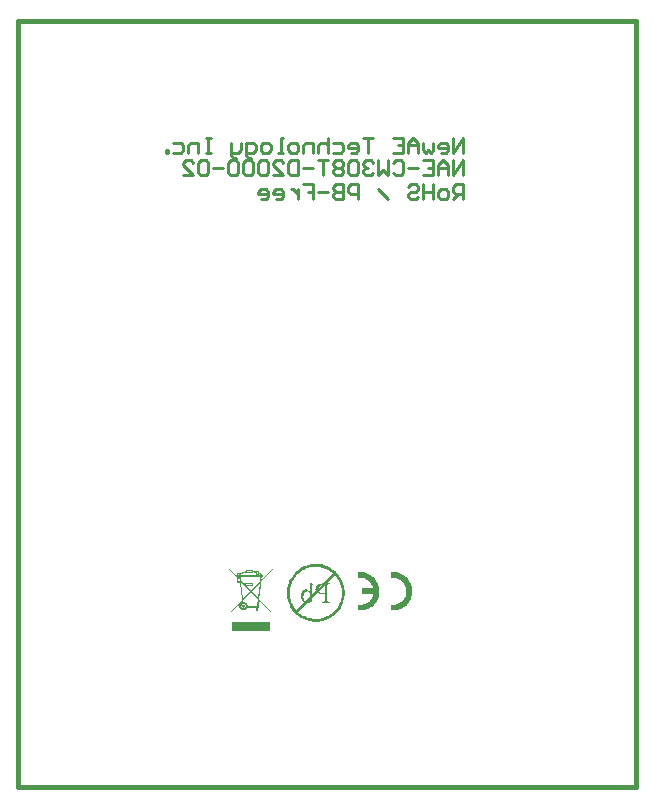
<source format=gbo>
G04 Layer_Color=32896*
%FSLAX25Y25*%
%MOIN*%
G70*
G01*
G75*
%ADD20C,0.01000*%
%ADD21C,0.01500*%
G36*
X185000Y172710D02*
X181089Y168638D01*
X180974Y167527D01*
X180719Y164866D01*
X180534Y162945D01*
X184722Y158618D01*
X184445Y158340D01*
X180488Y162390D01*
X180256Y159914D01*
X180141D01*
Y158965D01*
X179261D01*
Y159914D01*
X176531D01*
X176438Y159729D01*
X176299Y159544D01*
X176114Y159335D01*
X175860Y159150D01*
X175559Y159058D01*
X175281Y159035D01*
X175004D01*
X174795Y159104D01*
X174541Y159196D01*
X174332Y159335D01*
X174170Y159497D01*
X174009Y159729D01*
X173893Y159983D01*
X173823Y160215D01*
X173800Y160423D01*
X173823Y160654D01*
X173870Y160839D01*
X173939Y161025D01*
X174032Y161210D01*
X174147Y161372D01*
X174309Y161534D01*
X174494Y161649D01*
X174656Y161719D01*
X174633Y161927D01*
X171162Y158340D01*
X170885Y158641D01*
X174587Y162482D01*
X174286Y165838D01*
X174078Y168267D01*
X172967D01*
Y169818D01*
X173268D01*
X170445Y172710D01*
X170746Y172988D01*
X173384Y170257D01*
Y170466D01*
X173337Y170512D01*
X173268Y170558D01*
X173199Y170628D01*
X173129Y170697D01*
X173083Y170813D01*
X173060Y170905D01*
X173037Y171021D01*
X173060Y171160D01*
X173106Y171253D01*
X173199Y171414D01*
X173314Y171507D01*
X173476Y171576D01*
X173638Y171600D01*
X173800Y171576D01*
X173939Y171530D01*
X174055Y171461D01*
X174101Y171391D01*
X174217Y171484D01*
X174379Y171600D01*
X174587Y171692D01*
X174888Y171808D01*
X175212Y171900D01*
X175536Y171970D01*
X175883Y172039D01*
X176161Y172062D01*
Y172409D01*
X178382D01*
Y172109D01*
X178567D01*
X178845Y172085D01*
X179146Y172039D01*
X179446Y171993D01*
Y172178D01*
X180395D01*
Y171738D01*
X180511Y171669D01*
X180673Y171600D01*
X180835Y171507D01*
X180974Y171414D01*
X181113Y171299D01*
X181205Y171206D01*
X181251Y171137D01*
X181298Y171044D01*
X181274Y170882D01*
X181830D01*
Y170165D01*
X181228D01*
X181136Y169262D01*
X184722Y172988D01*
X185000Y172710D01*
D02*
G37*
G36*
X200068Y174562D02*
X200785Y174469D01*
X201456Y174330D01*
X202104Y174145D01*
X202706Y173937D01*
X203261Y173682D01*
X203794Y173428D01*
X204256Y173173D01*
X204696Y172895D01*
X205066Y172641D01*
X205390Y172409D01*
X205668Y172178D01*
X205899Y171993D01*
X206038Y171854D01*
X206154Y171762D01*
X206177Y171738D01*
X206663Y171183D01*
X207102Y170628D01*
X207496Y170049D01*
X207797Y169471D01*
X208074Y168892D01*
X208306Y168314D01*
X208491Y167781D01*
X208653Y167249D01*
X208769Y166763D01*
X208861Y166300D01*
X208907Y165907D01*
X208954Y165560D01*
X208977Y165282D01*
X209000Y165074D01*
Y164935D01*
Y164912D01*
Y164889D01*
X208977Y164148D01*
X208884Y163454D01*
X208746Y162760D01*
X208560Y162135D01*
X208352Y161534D01*
X208098Y160955D01*
X207843Y160446D01*
X207589Y159960D01*
X207334Y159544D01*
X207079Y159150D01*
X206825Y158826D01*
X206617Y158549D01*
X206432Y158340D01*
X206293Y158178D01*
X206200Y158063D01*
X206177Y158039D01*
X205645Y157554D01*
X205066Y157114D01*
X204488Y156721D01*
X203909Y156420D01*
X203331Y156142D01*
X202775Y155911D01*
X202220Y155726D01*
X201688Y155564D01*
X201202Y155448D01*
X200739Y155355D01*
X200346Y155309D01*
X199998Y155263D01*
X199721Y155240D01*
X199513Y155217D01*
X199328D01*
X198587Y155240D01*
X197893Y155332D01*
X197222Y155471D01*
X196574Y155656D01*
X195972Y155864D01*
X195417Y156119D01*
X194885Y156374D01*
X194422Y156628D01*
X193982Y156883D01*
X193612Y157137D01*
X193288Y157392D01*
X193010Y157600D01*
X192779Y157785D01*
X192640Y157924D01*
X192524Y158016D01*
X192501Y158039D01*
X191992Y158595D01*
X191552Y159150D01*
X191182Y159729D01*
X190858Y160307D01*
X190581Y160886D01*
X190349Y161464D01*
X190164Y162020D01*
X190002Y162529D01*
X189886Y163015D01*
X189794Y163477D01*
X189748Y163871D01*
X189701Y164218D01*
X189678Y164496D01*
X189655Y164704D01*
Y164843D01*
Y164889D01*
X189678Y165629D01*
X189771Y166324D01*
X189910Y167018D01*
X190095Y167643D01*
X190303Y168244D01*
X190557Y168823D01*
X190812Y169332D01*
X191067Y169818D01*
X191344Y170257D01*
X191599Y170628D01*
X191830Y170952D01*
X192061Y171229D01*
X192247Y171461D01*
X192385Y171600D01*
X192478Y171715D01*
X192501Y171738D01*
X193033Y172248D01*
X193612Y172687D01*
X194167Y173057D01*
X194769Y173381D01*
X195324Y173659D01*
X195903Y173890D01*
X196458Y174076D01*
X196967Y174238D01*
X197453Y174353D01*
X197916Y174446D01*
X198309Y174492D01*
X198656Y174538D01*
X198934Y174562D01*
X199142Y174585D01*
X199328D01*
X200068Y174562D01*
D02*
G37*
G36*
X184167Y155147D02*
Y155101D01*
Y155008D01*
Y154916D01*
Y154823D01*
Y154730D01*
Y154684D01*
Y154661D01*
Y154291D01*
Y153944D01*
Y153782D01*
Y153666D01*
Y153597D01*
Y153574D01*
Y153157D01*
Y152972D01*
Y152810D01*
Y152671D01*
Y152578D01*
Y152509D01*
Y152486D01*
Y152324D01*
Y152208D01*
Y152116D01*
Y152069D01*
Y152000D01*
X171509D01*
Y152023D01*
Y152069D01*
Y152254D01*
Y152417D01*
Y152463D01*
Y152486D01*
Y152856D01*
Y153203D01*
Y153365D01*
Y153481D01*
Y153550D01*
Y153574D01*
Y153990D01*
Y154175D01*
Y154337D01*
Y154476D01*
Y154569D01*
Y154638D01*
Y154661D01*
Y154823D01*
Y154962D01*
Y155054D01*
Y155101D01*
Y155147D01*
Y155170D01*
X184167D01*
Y155147D01*
D02*
G37*
G36*
X225530Y171866D02*
X226016Y171820D01*
X226455Y171704D01*
X226895Y171588D01*
X227289Y171449D01*
X227682Y171287D01*
X228029Y171125D01*
X228330Y170940D01*
X228631Y170755D01*
X228885Y170593D01*
X229093Y170431D01*
X229279Y170292D01*
X229440Y170177D01*
X229533Y170084D01*
X229603Y170015D01*
X229626Y169992D01*
X229950Y169621D01*
X230250Y169251D01*
X230505Y168881D01*
X230713Y168487D01*
X230898Y168094D01*
X231037Y167724D01*
X231176Y167353D01*
X231269Y167006D01*
X231338Y166683D01*
X231407Y166382D01*
X231431Y166104D01*
X231477Y165873D01*
Y165688D01*
X231500Y165549D01*
Y165456D01*
Y165433D01*
X231477Y164947D01*
X231407Y164484D01*
X231315Y164021D01*
X231199Y163605D01*
X231060Y163188D01*
X230898Y162818D01*
X230736Y162471D01*
X230551Y162147D01*
X230389Y161869D01*
X230227Y161615D01*
X230065Y161407D01*
X229926Y161221D01*
X229788Y161059D01*
X229695Y160967D01*
X229649Y160898D01*
X229626Y160874D01*
X229255Y160550D01*
X228885Y160250D01*
X228492Y159995D01*
X228098Y159787D01*
X227728Y159602D01*
X227335Y159463D01*
X226965Y159324D01*
X226618Y159231D01*
X226293Y159162D01*
X225993Y159093D01*
X225715Y159069D01*
X225484Y159023D01*
X225299D01*
X225160Y159000D01*
X224813D01*
X224604Y159023D01*
X224396D01*
Y160967D01*
X224627Y160944D01*
X224836Y160921D01*
X225044D01*
X225391Y160944D01*
X225715Y160967D01*
X226039Y161036D01*
X226340Y161129D01*
X226872Y161337D01*
X227335Y161592D01*
X227543Y161707D01*
X227728Y161823D01*
X227867Y161939D01*
X228006Y162031D01*
X228098Y162124D01*
X228168Y162193D01*
X228214Y162216D01*
X228237Y162240D01*
X228469Y162494D01*
X228677Y162772D01*
X228839Y163026D01*
X229001Y163304D01*
X229117Y163582D01*
X229232Y163836D01*
X229394Y164345D01*
X229487Y164785D01*
X229510Y164970D01*
X229533Y165132D01*
X229556Y165248D01*
Y165340D01*
Y165410D01*
Y165433D01*
X229533Y165780D01*
X229510Y166104D01*
X229440Y166428D01*
X229348Y166729D01*
X229140Y167261D01*
X228885Y167724D01*
X228769Y167932D01*
X228654Y168117D01*
X228538Y168256D01*
X228446Y168395D01*
X228353Y168487D01*
X228284Y168557D01*
X228260Y168603D01*
X228237Y168626D01*
X227983Y168858D01*
X227728Y169066D01*
X227450Y169251D01*
X227173Y169413D01*
X226918Y169529D01*
X226641Y169644D01*
X226155Y169806D01*
X225715Y169899D01*
X225507Y169922D01*
X225368Y169945D01*
X225229Y169968D01*
X224813D01*
X224604Y169945D01*
X224442Y169922D01*
X224396D01*
Y171866D01*
X224604Y171889D01*
X225044D01*
X225530Y171866D01*
D02*
G37*
G36*
X214562D02*
X215048Y171820D01*
X215487Y171704D01*
X215927Y171588D01*
X216320Y171449D01*
X216714Y171287D01*
X217061Y171125D01*
X217361Y170940D01*
X217662Y170755D01*
X217917Y170593D01*
X218125Y170431D01*
X218310Y170292D01*
X218472Y170177D01*
X218565Y170084D01*
X218634Y170015D01*
X218657Y169992D01*
X218981Y169621D01*
X219282Y169251D01*
X219537Y168881D01*
X219745Y168487D01*
X219930Y168094D01*
X220069Y167724D01*
X220208Y167353D01*
X220300Y167006D01*
X220370Y166683D01*
X220439Y166382D01*
X220462Y166104D01*
X220509Y165873D01*
Y165688D01*
X220532Y165549D01*
Y165456D01*
Y165433D01*
X220509Y164947D01*
X220439Y164484D01*
X220346Y164021D01*
X220231Y163605D01*
X220092Y163188D01*
X219930Y162818D01*
X219768Y162471D01*
X219583Y162147D01*
X219421Y161869D01*
X219259Y161615D01*
X219097Y161407D01*
X218958Y161221D01*
X218819Y161059D01*
X218727Y160967D01*
X218680Y160898D01*
X218657Y160874D01*
X218287Y160550D01*
X217917Y160250D01*
X217523Y159995D01*
X217130Y159787D01*
X216760Y159602D01*
X216366Y159463D01*
X215996Y159324D01*
X215649Y159231D01*
X215325Y159162D01*
X215024Y159093D01*
X214747Y159069D01*
X214515Y159023D01*
X214330D01*
X214191Y159000D01*
X213844D01*
X213636Y159023D01*
X213428D01*
X213451Y160967D01*
X213659Y160944D01*
X213867Y160921D01*
X214076D01*
X214376Y160944D01*
X214654Y160967D01*
X215186Y161083D01*
X215672Y161245D01*
X216089Y161430D01*
X216436Y161592D01*
X216575Y161684D01*
X216690Y161754D01*
X216806Y161823D01*
X216876Y161869D01*
X216899Y161916D01*
X216922D01*
X217338Y162309D01*
X217685Y162749D01*
X217963Y163165D01*
X218171Y163582D01*
X218310Y163929D01*
X218380Y164091D01*
X218426Y164230D01*
X218449Y164322D01*
X218472Y164415D01*
X218495Y164461D01*
Y164484D01*
X214723D01*
Y166405D01*
X218495D01*
X218333Y166960D01*
X218102Y167469D01*
X217847Y167909D01*
X217593Y168279D01*
X217338Y168580D01*
X217130Y168788D01*
X216968Y168927D01*
X216945Y168973D01*
X216922D01*
X216690Y169158D01*
X216436Y169297D01*
X215950Y169552D01*
X215464Y169737D01*
X215024Y169853D01*
X214654Y169922D01*
X214492Y169945D01*
X214353D01*
X214238Y169968D01*
X213844D01*
X213636Y169945D01*
X213474Y169922D01*
X213428D01*
Y171866D01*
X213682Y171889D01*
X214076D01*
X214562Y171866D01*
D02*
G37*
%LPC*%
G36*
X180812Y170165D02*
X174332D01*
X174379Y169818D01*
X174541D01*
Y169077D01*
X175513Y168082D01*
X178428D01*
Y167157D01*
X176415D01*
X177757Y165768D01*
X180696Y168823D01*
X180812Y170165D01*
D02*
G37*
G36*
X174147Y169424D02*
X173384D01*
Y168661D01*
X174147D01*
Y169424D01*
D02*
G37*
G36*
X178035Y167689D02*
X175952D01*
Y167550D01*
X178035D01*
Y167689D01*
D02*
G37*
G36*
X175351Y161140D02*
X175235D01*
X175004Y161117D01*
X174841Y161025D01*
X174703Y160932D01*
X174633Y160793D01*
X174587Y160678D01*
X174541Y160562D01*
Y160469D01*
Y160446D01*
X174564Y160215D01*
X174656Y160053D01*
X174749Y159914D01*
X174888Y159845D01*
X175004Y159798D01*
X175119Y159775D01*
X175212Y159752D01*
X175235D01*
X175466Y159775D01*
X175628Y159868D01*
X175767Y159983D01*
X175837Y160099D01*
X175883Y160238D01*
X175906Y160330D01*
X175929Y160423D01*
Y160446D01*
X175906Y160678D01*
X175813Y160839D01*
X175698Y160978D01*
X175582Y161048D01*
X175443Y161094D01*
X175351Y161140D01*
D02*
G37*
G36*
X179747Y159914D02*
X179655D01*
Y159359D01*
X179747D01*
Y159914D01*
D02*
G37*
G36*
X177757Y165190D02*
X175004Y162344D01*
X175050Y161835D01*
X175235Y161858D01*
X175443Y161835D01*
X175698Y161765D01*
X175952Y161649D01*
X176137Y161511D01*
X176299Y161349D01*
X176461Y161117D01*
X176577Y160839D01*
X176646Y160539D01*
X176623Y160330D01*
X179886D01*
X180117Y162760D01*
X177757Y165190D01*
D02*
G37*
G36*
X180626Y168175D02*
X178035Y165491D01*
X180164Y163292D01*
X180626Y168175D01*
D02*
G37*
G36*
X174541Y168499D02*
Y168267D01*
X174494D01*
X174957Y162876D01*
X177480Y165491D01*
X175860Y167157D01*
X175513D01*
Y167504D01*
X174541Y168499D01*
D02*
G37*
G36*
X173685Y171206D02*
X173661D01*
X173546Y171183D01*
X173476Y171114D01*
X173453Y171021D01*
Y170998D01*
X173476Y170882D01*
X173546Y170836D01*
X173638Y170813D01*
X173661D01*
X173777Y170836D01*
X173823Y170905D01*
X173846Y170975D01*
Y170998D01*
X173823Y171114D01*
X173754Y171183D01*
X173685Y171206D01*
D02*
G37*
G36*
X180002Y171785D02*
X179840D01*
Y171253D01*
X180002D01*
Y171785D01*
D02*
G37*
G36*
X178382Y171692D02*
Y171391D01*
X176161D01*
Y171646D01*
X175698Y171576D01*
X175281Y171484D01*
X174934Y171391D01*
X174656Y171253D01*
X174448Y171137D01*
X174286Y170975D01*
Y170882D01*
X179446D01*
Y171553D01*
X179122Y171623D01*
X178775Y171669D01*
X178382Y171692D01*
D02*
G37*
G36*
X177965Y172016D02*
X176554D01*
Y171785D01*
X177965D01*
Y172016D01*
D02*
G37*
G36*
X180395Y171276D02*
Y170882D01*
X180881D01*
Y170952D01*
X180765Y171067D01*
X180626Y171160D01*
X180395Y171276D01*
D02*
G37*
%LPD*%
G36*
X175397Y160886D02*
X175513Y160839D01*
X175582Y160770D01*
X175628Y160678D01*
X175698Y160515D01*
Y160469D01*
Y160446D01*
X175675Y160284D01*
X175628Y160168D01*
X175559Y160099D01*
X175466Y160053D01*
X175304Y159983D01*
X175235D01*
X175073Y160006D01*
X174957Y160053D01*
X174888Y160122D01*
X174818Y160215D01*
X174772Y160377D01*
Y160423D01*
Y160446D01*
X174795Y160608D01*
X174841Y160724D01*
X174911Y160793D01*
X175004Y160863D01*
X175165Y160909D01*
X175235D01*
X175397Y160886D01*
D02*
G37*
%LPC*%
G36*
X175258Y160515D02*
X175189D01*
X175165Y160492D01*
Y160469D01*
Y160446D01*
Y160400D01*
X175189Y160377D01*
X175235D01*
X175281Y160400D01*
X175304Y160423D01*
Y160446D01*
X175281Y160492D01*
X175258Y160515D01*
D02*
G37*
G36*
X196435Y165375D02*
X196389D01*
X196227Y165352D01*
X196065Y165305D01*
X195787Y165167D01*
X195694Y165074D01*
X195625Y165005D01*
X195579Y164958D01*
X195556Y164935D01*
X195440Y164750D01*
X195347Y164542D01*
X195278Y164334D01*
X195232Y164125D01*
X195209Y163940D01*
X195185Y163801D01*
Y163709D01*
Y163663D01*
X195209Y163339D01*
X195232Y163061D01*
X195301Y162829D01*
X195370Y162644D01*
X195440Y162482D01*
X195486Y162390D01*
X195533Y162320D01*
X195556Y162297D01*
X195625Y162182D01*
X195694Y162112D01*
X195764Y162066D01*
X195787Y162043D01*
X197384Y163639D01*
Y164889D01*
X197176Y165074D01*
X197037Y165190D01*
X196921Y165236D01*
X196898Y165259D01*
X196713Y165329D01*
X196551Y165352D01*
X196435Y165375D01*
D02*
G37*
G36*
X205737Y170790D02*
X205798Y170712D01*
X203099Y168013D01*
X204094D01*
Y167828D01*
X203840D01*
X203608Y167805D01*
X203446Y167735D01*
X203331Y167643D01*
X203308Y167620D01*
X203261Y167550D01*
X203215Y167457D01*
X203192Y167203D01*
X203169Y167087D01*
Y166972D01*
Y166902D01*
Y166879D01*
Y162737D01*
Y162552D01*
X203192Y162390D01*
Y162274D01*
X203215Y162182D01*
X203238Y162112D01*
Y162066D01*
X203261Y162043D01*
X203331Y161950D01*
X203423Y161904D01*
X203608Y161811D01*
X203770Y161788D01*
X204094D01*
Y161603D01*
X201341D01*
Y161788D01*
X201595D01*
X201827Y161811D01*
X201989Y161881D01*
X202081Y161950D01*
X202127Y161973D01*
X202174Y162043D01*
X202197Y162159D01*
X202243Y162413D01*
X202266Y162529D01*
Y162644D01*
Y162714D01*
Y162737D01*
Y164588D01*
X202035Y164542D01*
X201850Y164519D01*
X201734Y164496D01*
X201688D01*
X201480Y164472D01*
X201179D01*
X200901Y164496D01*
X200646Y164519D01*
X200438Y164588D01*
X200253Y164658D01*
X200091Y164704D01*
X199998Y164773D01*
X199929Y164796D01*
X199906Y164820D01*
X198170Y163061D01*
Y162020D01*
X197870Y161835D01*
X197615Y161719D01*
X197499Y161672D01*
X197430Y161626D01*
X197384Y161603D01*
X197361D01*
X197083Y161534D01*
X196852Y161487D01*
X196736Y161464D01*
X196574D01*
X193525Y158415D01*
X193658Y158294D01*
X194167Y157901D01*
X194676Y157554D01*
X195209Y157253D01*
X195718Y157021D01*
X196227Y156813D01*
X196736Y156651D01*
X197199Y156512D01*
X197638Y156397D01*
X198055Y156327D01*
X198402Y156258D01*
X198726Y156235D01*
X198980Y156211D01*
X199165Y156188D01*
X199328D01*
X199998Y156211D01*
X200623Y156304D01*
X201248Y156420D01*
X201803Y156582D01*
X202359Y156790D01*
X202868Y156998D01*
X203331Y157230D01*
X203770Y157461D01*
X204164Y157692D01*
X204511Y157924D01*
X204788Y158155D01*
X205043Y158340D01*
X205251Y158502D01*
X205390Y158618D01*
X205483Y158711D01*
X205506Y158734D01*
X205945Y159220D01*
X206339Y159729D01*
X206686Y160238D01*
X206987Y160770D01*
X207218Y161279D01*
X207427Y161811D01*
X207589Y162297D01*
X207727Y162760D01*
X207843Y163200D01*
X207912Y163616D01*
X207982Y163963D01*
X208005Y164287D01*
X208028Y164542D01*
X208051Y164727D01*
Y164843D01*
Y164889D01*
X208028Y165560D01*
X207936Y166185D01*
X207820Y166810D01*
X207658Y167365D01*
X207450Y167920D01*
X207241Y168429D01*
X207010Y168892D01*
X206779Y169332D01*
X206547Y169702D01*
X206316Y170049D01*
X206084Y170350D01*
X205899Y170581D01*
X205798Y170712D01*
X205807Y170720D01*
X205737Y170790D01*
D02*
G37*
G36*
X202266Y167157D02*
X200484Y165375D01*
X200531Y165282D01*
X200600Y165213D01*
X200623Y165190D01*
X200646Y165167D01*
X200785Y165028D01*
X200924Y164935D01*
X201063Y164866D01*
X201202Y164820D01*
X201318Y164796D01*
X201410Y164773D01*
X201595D01*
X201711Y164796D01*
X201827D01*
X201965Y164820D01*
X202104Y164843D01*
X202220Y164866D01*
X202266D01*
Y167157D01*
D02*
G37*
G36*
X199489Y173613D02*
X199328D01*
X198656Y173590D01*
X198032Y173497D01*
X197407Y173381D01*
X196852Y173219D01*
X196296Y173011D01*
X195787Y172803D01*
X195324Y172572D01*
X194885Y172340D01*
X194514Y172085D01*
X194167Y171854D01*
X193866Y171646D01*
X193635Y171438D01*
X193427Y171276D01*
X193288Y171160D01*
X193195Y171067D01*
X193172Y171044D01*
X192733Y170558D01*
X192339Y170049D01*
X191992Y169540D01*
X191691Y169008D01*
X191460Y168499D01*
X191252Y167990D01*
X191090Y167481D01*
X190951Y167018D01*
X190835Y166578D01*
X190766Y166162D01*
X190696Y165815D01*
X190673Y165491D01*
X190650Y165236D01*
X190627Y165051D01*
Y164935D01*
Y164889D01*
X190650Y164218D01*
X190743Y163593D01*
X190858Y162991D01*
X191020Y162413D01*
X191205Y161858D01*
X191437Y161349D01*
X191668Y160886D01*
X191900Y160469D01*
X192131Y160076D01*
X192362Y159729D01*
X192571Y159428D01*
X192779Y159196D01*
X192840Y159118D01*
X192825Y159104D01*
X192999Y158919D01*
X193056Y158849D01*
X193149Y158757D01*
X193172Y158734D01*
X192999Y158919D01*
X192941Y158988D01*
X192840Y159118D01*
X195509Y161788D01*
X195370Y161881D01*
X195255Y161973D01*
X195162Y162043D01*
X195139Y162066D01*
X194885Y162344D01*
X194700Y162668D01*
X194561Y162968D01*
X194468Y163269D01*
X194422Y163524D01*
X194376Y163732D01*
Y163871D01*
Y163894D01*
Y163917D01*
X194399Y164264D01*
X194445Y164588D01*
X194537Y164843D01*
X194607Y165074D01*
X194700Y165259D01*
X194792Y165375D01*
X194838Y165468D01*
X194861Y165491D01*
X195047Y165676D01*
X195255Y165815D01*
X195440Y165930D01*
X195625Y166000D01*
X195787Y166046D01*
X195903Y166069D01*
X196019D01*
X196296Y166023D01*
X196551Y165930D01*
X196782Y165791D01*
X196967Y165629D01*
X197152Y165468D01*
X197268Y165329D01*
X197361Y165236D01*
X197384Y165190D01*
Y168314D01*
X197592D01*
X198888Y167781D01*
X198818Y167620D01*
X198680Y167666D01*
X198587Y167689D01*
X198494D01*
X198356Y167666D01*
X198333Y167643D01*
X198309D01*
X198263Y167573D01*
X198217Y167504D01*
X198194Y167434D01*
Y167411D01*
Y167319D01*
X198170Y167203D01*
Y166902D01*
Y166740D01*
Y166624D01*
Y166532D01*
Y166509D01*
Y164426D01*
X199304Y165583D01*
X199258Y165815D01*
X199212Y166023D01*
Y166115D01*
Y166162D01*
Y166208D01*
Y166231D01*
X199235Y166439D01*
X199258Y166624D01*
X199328Y166810D01*
X199374Y166948D01*
X199443Y167064D01*
X199513Y167157D01*
X199536Y167203D01*
X199559Y167226D01*
X199698Y167388D01*
X199837Y167504D01*
X199975Y167620D01*
X200114Y167689D01*
X200230Y167758D01*
X200299Y167805D01*
X200369Y167828D01*
X200392D01*
X200600Y167897D01*
X200808Y167944D01*
X201040Y167967D01*
X201248Y167990D01*
X201433Y168013D01*
X201734D01*
X205136Y171391D01*
X205483Y171044D01*
X205737Y170790D01*
X205622Y170929D01*
X205529Y171021D01*
X205506Y171044D01*
X205020Y171507D01*
X204511Y171900D01*
X203979Y172224D01*
X203446Y172525D01*
X202937Y172780D01*
X202428Y172988D01*
X201919Y173150D01*
X201456Y173289D01*
X201017Y173405D01*
X200600Y173474D01*
X200253Y173543D01*
X199929Y173566D01*
X199675Y173590D01*
X199489Y173613D01*
D02*
G37*
G36*
X201318Y167596D02*
X201179Y167550D01*
X201063Y167504D01*
X200970Y167457D01*
X200947Y167434D01*
X200739Y167272D01*
X200600Y167110D01*
X200484Y166972D01*
X200461Y166925D01*
Y166902D01*
X200392Y166787D01*
X200369Y166694D01*
X200346Y166648D01*
Y166624D01*
X201318Y167596D01*
D02*
G37*
G36*
X193172Y158734D02*
X193519Y158410D01*
X193525Y158415D01*
X193172Y158734D01*
D02*
G37*
%LPD*%
D20*
X248500Y311500D02*
Y316498D01*
X245168Y311500D01*
Y316498D01*
X241002Y311500D02*
X242669D01*
X243502Y312333D01*
Y313999D01*
X242669Y314832D01*
X241002D01*
X240169Y313999D01*
Y313166D01*
X243502D01*
X238503Y314832D02*
Y312333D01*
X237670Y311500D01*
X236837Y312333D01*
X236004Y311500D01*
X235171Y312333D01*
Y314832D01*
X233505Y311500D02*
Y314832D01*
X231839Y316498D01*
X230173Y314832D01*
Y311500D01*
Y313999D01*
X233505D01*
X225174Y316498D02*
X228506D01*
Y311500D01*
X225174D01*
X228506Y313999D02*
X226840D01*
X218510Y316498D02*
X215177D01*
X216844D01*
Y311500D01*
X211012D02*
X212678D01*
X213511Y312333D01*
Y313999D01*
X212678Y314832D01*
X211012D01*
X210179Y313999D01*
Y313166D01*
X213511D01*
X205181Y314832D02*
X207680D01*
X208513Y313999D01*
Y312333D01*
X207680Y311500D01*
X205181D01*
X203515Y316498D02*
Y311500D01*
Y313999D01*
X202681Y314832D01*
X201015D01*
X200182Y313999D01*
Y311500D01*
X198516D02*
Y314832D01*
X196017D01*
X195184Y313999D01*
Y311500D01*
X192685D02*
X191019D01*
X190186Y312333D01*
Y313999D01*
X191019Y314832D01*
X192685D01*
X193518Y313999D01*
Y312333D01*
X192685Y311500D01*
X188519D02*
X186853D01*
X187686D01*
Y316498D01*
X188519D01*
X183521Y311500D02*
X181855D01*
X181022Y312333D01*
Y313999D01*
X181855Y314832D01*
X183521D01*
X184354Y313999D01*
Y312333D01*
X183521Y311500D01*
X177690Y309834D02*
X176857D01*
X176023Y310667D01*
Y314832D01*
X178523D01*
X179356Y313999D01*
Y312333D01*
X178523Y311500D01*
X176023D01*
X174357Y314832D02*
Y312333D01*
X173524Y311500D01*
X171025D01*
Y310667D01*
X171858Y309834D01*
X172691D01*
X171025Y311500D02*
Y314832D01*
X164361Y316498D02*
X162695D01*
X163528D01*
Y311500D01*
X164361D01*
X162695D01*
X160195D02*
Y314832D01*
X157696D01*
X156863Y313999D01*
Y311500D01*
X151865Y314832D02*
X154364D01*
X155197Y313999D01*
Y312333D01*
X154364Y311500D01*
X151865D01*
X150198D02*
Y312333D01*
X149365D01*
Y311500D01*
X150198D01*
X248500Y304000D02*
Y308998D01*
X245168Y304000D01*
Y308998D01*
X243502Y304000D02*
Y307332D01*
X241835Y308998D01*
X240169Y307332D01*
Y304000D01*
Y306499D01*
X243502D01*
X235171Y308998D02*
X238503D01*
Y304000D01*
X235171D01*
X238503Y306499D02*
X236837D01*
X233505D02*
X230173D01*
X225174Y308165D02*
X226007Y308998D01*
X227673D01*
X228506Y308165D01*
Y304833D01*
X227673Y304000D01*
X226007D01*
X225174Y304833D01*
X223508Y308998D02*
Y304000D01*
X221842Y305666D01*
X220176Y304000D01*
Y308998D01*
X218510Y308165D02*
X217677Y308998D01*
X216010D01*
X215177Y308165D01*
Y307332D01*
X216010Y306499D01*
X216844D01*
X216010D01*
X215177Y305666D01*
Y304833D01*
X216010Y304000D01*
X217677D01*
X218510Y304833D01*
X213511Y308165D02*
X212678Y308998D01*
X211012D01*
X210179Y308165D01*
Y304833D01*
X211012Y304000D01*
X212678D01*
X213511Y304833D01*
Y308165D01*
X208513D02*
X207680Y308998D01*
X206014D01*
X205181Y308165D01*
Y307332D01*
X206014Y306499D01*
X205181Y305666D01*
Y304833D01*
X206014Y304000D01*
X207680D01*
X208513Y304833D01*
Y305666D01*
X207680Y306499D01*
X208513Y307332D01*
Y308165D01*
X207680Y306499D02*
X206014D01*
X203515Y308998D02*
X200182D01*
X201849D01*
Y304000D01*
X198516Y306499D02*
X195184D01*
X193518Y308998D02*
Y304000D01*
X191019D01*
X190186Y304833D01*
Y308165D01*
X191019Y308998D01*
X193518D01*
X185187Y304000D02*
X188519D01*
X185187Y307332D01*
Y308165D01*
X186020Y308998D01*
X187686D01*
X188519Y308165D01*
X183521D02*
X182688Y308998D01*
X181022D01*
X180189Y308165D01*
Y304833D01*
X181022Y304000D01*
X182688D01*
X183521Y304833D01*
Y308165D01*
X178523D02*
X177690Y308998D01*
X176023D01*
X175190Y308165D01*
Y304833D01*
X176023Y304000D01*
X177690D01*
X178523Y304833D01*
Y308165D01*
X173524D02*
X172691Y308998D01*
X171025D01*
X170192Y308165D01*
Y304833D01*
X171025Y304000D01*
X172691D01*
X173524Y304833D01*
Y308165D01*
X168526Y306499D02*
X165194D01*
X163528Y308165D02*
X162695Y308998D01*
X161028D01*
X160195Y308165D01*
Y304833D01*
X161028Y304000D01*
X162695D01*
X163528Y304833D01*
Y308165D01*
X155197Y304000D02*
X158529D01*
X155197Y307332D01*
Y308165D01*
X156030Y308998D01*
X157696D01*
X158529Y308165D01*
X248500Y296000D02*
Y300998D01*
X246001D01*
X245168Y300165D01*
Y298499D01*
X246001Y297666D01*
X248500D01*
X246834D02*
X245168Y296000D01*
X242669D02*
X241002D01*
X240169Y296833D01*
Y298499D01*
X241002Y299332D01*
X242669D01*
X243502Y298499D01*
Y296833D01*
X242669Y296000D01*
X238503Y300998D02*
Y296000D01*
Y298499D01*
X235171D01*
Y300998D01*
Y296000D01*
X230173Y300165D02*
X231006Y300998D01*
X232672D01*
X233505Y300165D01*
Y299332D01*
X232672Y298499D01*
X231006D01*
X230173Y297666D01*
Y296833D01*
X231006Y296000D01*
X232672D01*
X233505Y296833D01*
X223508Y296000D02*
X220176Y299332D01*
X213511Y296000D02*
Y300998D01*
X211012D01*
X210179Y300165D01*
Y298499D01*
X211012Y297666D01*
X213511D01*
X208513Y300998D02*
Y296000D01*
X206014D01*
X205181Y296833D01*
Y297666D01*
X206014Y298499D01*
X208513D01*
X206014D01*
X205181Y299332D01*
Y300165D01*
X206014Y300998D01*
X208513D01*
X203515Y298499D02*
X200182D01*
X195184Y300998D02*
X198516D01*
Y298499D01*
X196850D01*
X198516D01*
Y296000D01*
X193518Y299332D02*
Y296000D01*
Y297666D01*
X192685Y298499D01*
X191852Y299332D01*
X191019D01*
X186020Y296000D02*
X187686D01*
X188519Y296833D01*
Y298499D01*
X187686Y299332D01*
X186020D01*
X185187Y298499D01*
Y297666D01*
X188519D01*
X181022Y296000D02*
X182688D01*
X183521Y296833D01*
Y298499D01*
X182688Y299332D01*
X181022D01*
X180189Y298499D01*
Y297666D01*
X183521D01*
D21*
X100000Y100000D02*
X306000D01*
Y355500D01*
X161500D02*
X306000D01*
X112500D02*
X161500D01*
X102500D02*
X112500D01*
X100000Y100000D02*
Y355500D01*
X102500D01*
M02*

</source>
